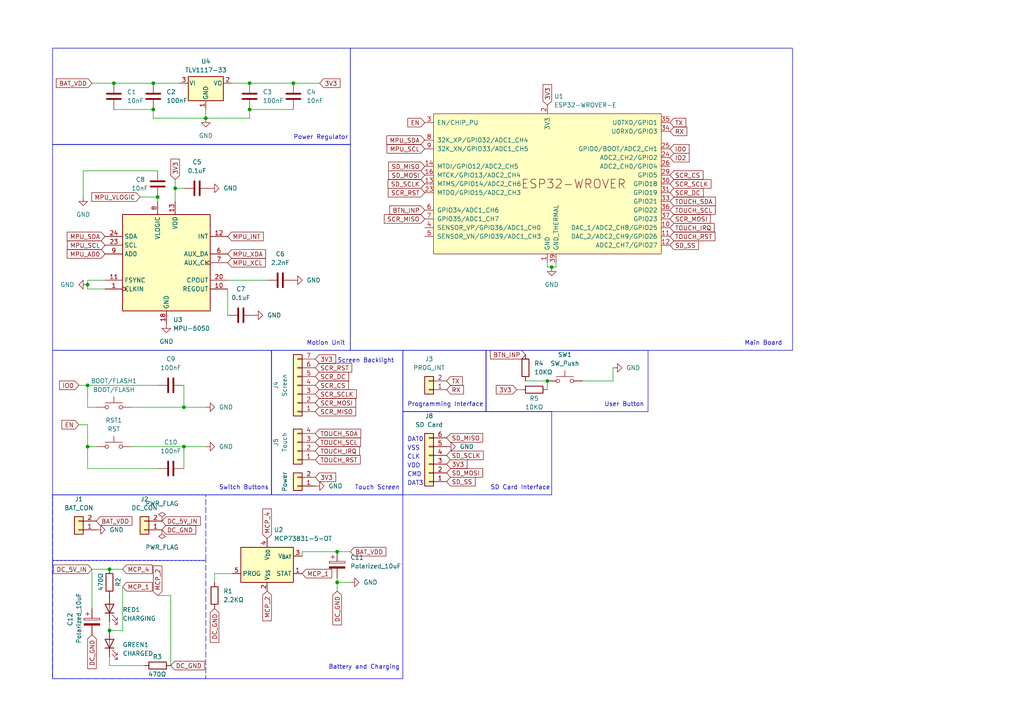
<source format=kicad_sch>
(kicad_sch (version 20230121) (generator eeschema)
  (paper "A4")
  (title_block (title "Project Zero") (date "2024-05-10") (rev "0.1.0-alpha.1") (company "Xonize Industries"))
  (lib_symbols
    (symbol "Battery_Management:MCP73831-5-OT"
      (property "Reference" "U" (at -7.62 6.35 0))
      (property "Value" "MCP73831-5-OT" (at 1.27 6.35 0))
      (symbol "MCP73831-5-OT_0_1"
        (rectangle (start -7.62 5.08) (end 7.62 -5.08) (stroke (width 0.254)) (fill (type background)))
      )
      (symbol "MCP73831-5-OT_1_1"
        (pin output line (at 10.16 -2.54 180) (length 2.54) (name "STAT") (number "1"))
        (pin power_in line (at 0 -7.62 90) (length 2.54) (name "V_{SS}") (number "2"))
        (pin power_out line (at 10.16 2.54 180) (length 2.54) (name "V_{BAT}") (number "3"))
        (pin power_in line (at 0 7.62 270) (length 2.54) (name "V_{DD}") (number "4"))
        (pin input line (at -10.16 -2.54 0) (length 2.54) (name "PROG") (number "5"))
      )
    )
    (symbol "Connector_Generic:Conn_01x02" (pin_names (offset 1.016) hide)
      (property "Reference" "J" (at 0 2.54 0))
      (property "Value" "Conn_01x02" (at 0 -5.08 0))
      (symbol "Conn_01x02_1_1"
        (rectangle (start -1.27 -2.413) (end 0 -2.667) (stroke (width 0.1524)))
        (rectangle (start -1.27 0.127) (end 0 -0.127) (stroke (width 0.1524)))
        (rectangle (start -1.27 1.27) (end 1.27 -3.81) (stroke (width 0.254)) (fill (type background)))
        (pin passive line (at -5.08 0 0) (length 3.81) (name "Pin_1") (number "1"))
        (pin passive line (at -5.08 -2.54 0) (length 3.81) (name "Pin_2") (number "2"))
      )
    )
    (symbol "Connector_Generic:Conn_01x04" (pin_names (offset 1.016) hide)
      (property "Reference" "J" (at 0 5.08 0))
      (property "Value" "Conn_01x04" (at 0 -7.62 0))
      (symbol "Conn_01x04_1_1"
        (rectangle (start -1.27 -4.953) (end 0 -5.207) (stroke (width 0.1524)))
        (rectangle (start -1.27 -2.413) (end 0 -2.667) (stroke (width 0.1524)))
        (rectangle (start -1.27 0.127) (end 0 -0.127) (stroke (width 0.1524)))
        (rectangle (start -1.27 2.667) (end 0 2.413) (stroke (width 0.1524)))
        (rectangle (start -1.27 3.81) (end 1.27 -6.35) (stroke (width 0.254)) (fill (type background)))
        (pin passive line (at -5.08 2.54 0) (length 3.81) (name "Pin_1") (number "1"))
        (pin passive line (at -5.08 0 0) (length 3.81) (name "Pin_2") (number "2"))
        (pin passive line (at -5.08 -2.54 0) (length 3.81) (name "Pin_3") (number "3"))
        (pin passive line (at -5.08 -5.08 0) (length 3.81) (name "Pin_4") (number "4"))
      )
    )
    (symbol "Connector_Generic:Conn_01x06" (pin_names (offset 1.016) hide)
      (property "Reference" "J" (at 0 7.62 0))
      (property "Value" "Conn_01x06" (at 0 -10.16 0))
      (symbol "Conn_01x06_1_1"
        (rectangle (start -1.27 -7.493) (end 0 -7.747) (stroke (width 0.1524)))
        (rectangle (start -1.27 -4.953) (end 0 -5.207) (stroke (width 0.1524)))
        (rectangle (start -1.27 -2.413) (end 0 -2.667) (stroke (width 0.1524)))
        (rectangle (start -1.27 0.127) (end 0 -0.127) (stroke (width 0.1524)))
        (rectangle (start -1.27 2.667) (end 0 2.413) (stroke (width 0.1524)))
        (rectangle (start -1.27 5.207) (end 0 4.953) (stroke (width 0.1524)))
        (rectangle (start -1.27 6.35) (end 1.27 -8.89) (stroke (width 0.254)) (fill (type background)))
        (pin passive line (at -5.08 5.08 0) (length 3.81) (name "Pin_1") (number "1"))
        (pin passive line (at -5.08 2.54 0) (length 3.81) (name "Pin_2") (number "2"))
        (pin passive line (at -5.08 0 0) (length 3.81) (name "Pin_3") (number "3"))
        (pin passive line (at -5.08 -2.54 0) (length 3.81) (name "Pin_4") (number "4"))
        (pin passive line (at -5.08 -5.08 0) (length 3.81) (name "Pin_5") (number "5"))
        (pin passive line (at -5.08 -7.62 0) (length 3.81) (name "Pin_6") (number "6"))
      )
    )
    (symbol "Connector_Generic:Conn_01x07" (pin_names (offset 1.016) hide)
      (property "Reference" "J" (at 0 10.16 0))
      (property "Value" "Conn_01x07" (at 0 -10.16 0))
      (symbol "Conn_01x07_1_1"
        (rectangle (start -1.27 -7.493) (end 0 -7.747) (stroke (width 0.1524)))
        (rectangle (start -1.27 -4.953) (end 0 -5.207) (stroke (width 0.1524)))
        (rectangle (start -1.27 -2.413) (end 0 -2.667) (stroke (width 0.1524)))
        (rectangle (start -1.27 0.127) (end 0 -0.127) (stroke (width 0.1524)))
        (rectangle (start -1.27 2.667) (end 0 2.413) (stroke (width 0.1524)))
        (rectangle (start -1.27 5.207) (end 0 4.953) (stroke (width 0.1524)))
        (rectangle (start -1.27 7.747) (end 0 7.493) (stroke (width 0.1524)))
        (rectangle (start -1.27 8.89) (end 1.27 -8.89) (stroke (width 0.254)) (fill (type background)))
        (pin passive line (at -5.08 7.62 0) (length 3.81) (name "Pin_1") (number "1"))
        (pin passive line (at -5.08 5.08 0) (length 3.81) (name "Pin_2") (number "2"))
        (pin passive line (at -5.08 2.54 0) (length 3.81) (name "Pin_3") (number "3"))
        (pin passive line (at -5.08 0 0) (length 3.81) (name "Pin_4") (number "4"))
        (pin passive line (at -5.08 -2.54 0) (length 3.81) (name "Pin_5") (number "5"))
        (pin passive line (at -5.08 -5.08 0) (length 3.81) (name "Pin_6") (number "6"))
        (pin passive line (at -5.08 -7.62 0) (length 3.81) (name "Pin_7") (number "7"))
      )
    )
    (symbol "Device:C" (pin_numbers hide) (pin_names (offset 0.254))
      (property "Reference" "C" (at 0.635 2.54 0))
      (property "Value" "C" (at 0.635 -2.54 0))
      (symbol "C_0_1"
        (polyline (pts (xy -2.032 -0.762) (xy 2.032 -0.762)) (stroke (width 0.508)))
        (polyline (pts (xy -2.032 0.762) (xy 2.032 0.762)) (stroke (width 0.508)))
      )
      (symbol "C_1_1"
        (pin passive line (at 0 3.81 270) (length 2.794) (name "~") (number "1"))
        (pin passive line (at 0 -3.81 90) (length 2.794) (name "~") (number "2"))
      )
    )
    (symbol "Device:C_Polarized" (pin_numbers hide) (pin_names (offset 0.254))
      (property "Reference" "C" (at 0.635 2.54 0))
      (property "Value" "C_Polarized" (at 0.635 -2.54 0))
      (symbol "C_Polarized_0_1"
        (rectangle (start -2.286 0.508) (end 2.286 1.016))
        (polyline (pts (xy -1.778 2.286) (xy -0.762 2.286)))
        (polyline (pts (xy -1.27 2.794) (xy -1.27 1.778)))
        (rectangle (start 2.286 -0.508) (end -2.286 -1.016) (fill (type outline)))
      )
      (symbol "C_Polarized_1_1"
        (pin passive line (at 0 3.81 270) (length 2.794) (name "~") (number "1"))
        (pin passive line (at 0 -3.81 90) (length 2.794) (name "~") (number "2"))
      )
    )
    (symbol "Device:LED" (pin_numbers hide) (pin_names (offset 1.016) hide)
      (property "Reference" "D" (at 0 2.54 0))
      (property "Value" "LED" (at 0 -2.54 0))
      (symbol "LED_0_1"
        (polyline (pts (xy -1.27 -1.27) (xy -1.27 1.27)) (stroke (width 0.254)))
        (polyline (pts (xy -1.27 0) (xy 1.27 0)))
        (polyline (pts (xy 1.27 -1.27) (xy 1.27 1.27) (xy -1.27 0) (xy 1.27 -1.27)) (stroke (width 0.254)))
        (polyline (pts (xy -3.048 -0.762) (xy -4.572 -2.286) (xy -3.81 -2.286) (xy -4.572 -2.286) (xy -4.572 -1.524)))
        (polyline (pts (xy -1.778 -0.762) (xy -3.302 -2.286) (xy -2.54 -2.286) (xy -3.302 -2.286) (xy -3.302 -1.524)))
      )
      (symbol "LED_1_1"
        (pin passive line (at -3.81 0 0) (length 2.54) (name "K") (number "1"))
        (pin passive line (at 3.81 0 180) (length 2.54) (name "A") (number "2"))
      )
    )
    (symbol "Device:R" (pin_numbers hide) (pin_names (offset 0))
      (property "Reference" "R" (at 2.032 0 90))
      (property "Value" "R" (at 0 0 90))
      (symbol "R_0_1"
        (rectangle (start -1.016 -2.54) (end 1.016 2.54) (stroke (width 0.254)))
      )
      (symbol "R_1_1"
        (pin passive line (at 0 3.81 270) (length 1.27) (name "~") (number "1"))
        (pin passive line (at 0 -3.81 90) (length 1.27) (name "~") (number "2"))
      )
    )
    (symbol "Espressif:ESP32-WROVER-E" (pin_names (offset 1.016))
      (property "Reference" "U" (at -30.48 25.4 0))
      (property "Value" "ESP32-WROVER-E" (at -30.48 22.86 0))
      (symbol "ESP32-WROVER-E_0_1"
        (rectangle (start -33.02 20.32) (end 33.02 -20.32) (fill (type background)))
      )
      (symbol "ESP32-WROVER-E_1_1"
        (text "ESP32-­WROVER" (at 7.62 0 0) (effects (font (size 2.54 2.54))))
        (pin power_in line (at 0 -22.86 90) (length 2.54) (name "GND") (number "1"))
        (pin bidirectional line (at 35.56 -12.7 180) (length 2.54) (name "DAC_1/ADC2_CH8/GPIO25") (number "10"))
        (pin bidirectional line (at 35.56 -15.24 180) (length 2.54) (name "DAC_2/ADC2_CH9/GPIO26") (number "11"))
        (pin bidirectional line (at 35.56 -17.78 180) (length 2.54) (name "ADC2_CH7/GPIO27") (number "12"))
        (pin bidirectional line (at -35.56 0 0) (length 2.54) (name "MTMS/GPIO14/ADC2_CH6") (number "13"))
        (pin bidirectional line (at -35.56 5.08 0) (length 2.54) (name "MTDI/GPIO12/ADC2_CH5") (number "14"))
        (pin passive line (at 0 -22.86 90) (length 2.54) hide (name "GND") (number "15"))
        (pin bidirectional line (at -35.56 2.54 0) (length 2.54) (name "MTCK/GPIO13/ADC2_CH4") (number "16"))
        (pin power_in line (at 0 22.86 270) (length 2.54) (name "3V3") (number "2"))
        (pin bidirectional line (at -35.56 -2.54 0) (length 2.54) (name "MTDO/GPIO15/ADC2_CH3") (number "23"))
        (pin bidirectional line (at 35.56 7.62 180) (length 2.54) (name "ADC2_CH2/GPIO2") (number "24"))
        (pin bidirectional line (at 35.56 10.16 180) (length 2.54) (name "GPIO0/BOOT/ADC2_CH1") (number "25"))
        (pin bidirectional line (at 35.56 5.08 180) (length 2.54) (name "ADC2_CH0/GPIO4") (number "26"))
        (pin bidirectional line (at 35.56 2.54 180) (length 2.54) (name "GPIO5") (number "29"))
        (pin input line (at -35.56 17.78 0) (length 2.54) (name "EN/CHIP_PU") (number "3"))
        (pin bidirectional line (at 35.56 0 180) (length 2.54) (name "GPIO18") (number "30"))
        (pin bidirectional line (at 35.56 -2.54 180) (length 2.54) (name "GPIO19") (number "31"))
        (pin bidirectional line (at 35.56 -5.08 180) (length 2.54) (name "GPIO21") (number "33"))
        (pin bidirectional line (at 35.56 15.24 180) (length 2.54) (name "U0RXD/GPIO3") (number "34"))
        (pin bidirectional line (at 35.56 17.78 180) (length 2.54) (name "U0TXD/GPIO1") (number "35"))
        (pin bidirectional line (at 35.56 -7.62 180) (length 2.54) (name "GPIO22") (number "36"))
        (pin bidirectional line (at 35.56 -10.16 180) (length 2.54) (name "GPIO23") (number "37"))
        (pin passive line (at 0 -22.86 90) (length 2.54) hide (name "GND") (number "38"))
        (pin power_in line (at 2.54 -22.86 90) (length 2.54) (name "GND_THERMAL") (number "39"))
        (pin input line (at -35.56 -12.7 0) (length 2.54) (name "SENSOR_VP/GPIO36/ADC1_CH0") (number "4"))
        (pin input line (at -35.56 -15.24 0) (length 2.54) (name "SENSOR_VN/GPIO39/ADC1_CH3") (number "5"))
        (pin input line (at -35.56 -7.62 0) (length 2.54) (name "GPIO34/ADC1_CH6") (number "6"))
        (pin input line (at -35.56 -10.16 0) (length 2.54) (name "GPIO35/ADC1_CH7") (number "7"))
        (pin bidirectional line (at -35.56 12.7 0) (length 2.54) (name "32K_XP/GPIO32/ADC1_CH4") (number "8"))
        (pin bidirectional line (at -35.56 10.16 0) (length 2.54) (name "32K_XN/GPIO33/ADC1_CH5") (number "9"))
      )
    )
    (symbol "Regulator_Linear:TLV1117-33" (pin_names (offset 0.254))
      (property "Reference" "U" (at -3.81 3.175 0))
      (property "Value" "TLV1117-33" (at 0 3.175 0))
      (symbol "TLV1117-33_0_1"
        (rectangle (start -5.08 -5.08) (end 5.08 1.905) (stroke (width 0.254)) (fill (type background)))
      )
      (symbol "TLV1117-33_1_1"
        (pin power_in line (at 0 -7.62 90) (length 2.54) (name "GND") (number "1"))
        (pin power_out line (at 7.62 0 180) (length 2.54) (name "VO") (number "2"))
        (pin power_in line (at -7.62 0 0) (length 2.54) (name "VI") (number "3"))
      )
    )
    (symbol "Sensor_Motion:MPU-6050"
      (property "Reference" "U" (at -11.43 13.97 0))
      (property "Value" "MPU-6050" (at 7.62 -15.24 0))
      (symbol "MPU-6050_0_0"
        (text "" (at 12.7 -2.54 0) (effects (font (size 1.27 1.27))))
      )
      (symbol "MPU-6050_0_1"
        (rectangle (start -12.7 13.97) (end 12.7 -13.97) (stroke (width 0.254)) (fill (type background)))
      )
      (symbol "MPU-6050_1_1"
        (pin input clock (at -17.78 -7.62 0) (length 5.08) (name "CLKIN") (number "1"))
        (pin passive line (at 17.78 -7.62 180) (length 5.08) (name "REGOUT") (number "10"))
        (pin input line (at -17.78 -5.08 0) (length 5.08) (name "FSYNC") (number "11"))
        (pin output line (at 17.78 7.62 180) (length 5.08) (name "INT") (number "12"))
        (pin power_in line (at 2.54 17.78 270) (length 3.81) (name "VDD") (number "13"))
        (pin no_connect line (at -12.7 -10.16 0) (length 2.54) hide (name "NC") (number "14"))
        (pin no_connect line (at 12.7 12.7 180) (length 2.54) hide (name "NC") (number "15"))
        (pin no_connect line (at 12.7 10.16 180) (length 2.54) hide (name "NC") (number "16"))
        (pin no_connect line (at 12.7 5.08 180) (length 2.54) hide (name "NC") (number "17"))
        (pin power_in line (at 0 -17.78 90) (length 3.81) (name "GND") (number "18"))
        (pin no_connect line (at 12.7 -10.16 180) (length 2.54) hide (name "RESV") (number "19"))
        (pin no_connect line (at -12.7 12.7 0) (length 2.54) hide (name "NC") (number "2"))
        (pin passive line (at 17.78 -5.08 180) (length 5.08) (name "CPOUT") (number "20"))
        (pin no_connect line (at 12.7 -2.54 180) (length 2.54) hide (name "RESV") (number "21"))
        (pin no_connect line (at 12.7 -12.7 180) (length 2.54) hide (name "RESV") (number "22"))
        (pin input line (at -17.78 5.08 0) (length 5.08) (name "SCL") (number "23"))
        (pin bidirectional line (at -17.78 7.62 0) (length 5.08) (name "SDA") (number "24"))
        (pin no_connect line (at -12.7 10.16 0) (length 2.54) hide (name "NC") (number "3"))
        (pin no_connect line (at -12.7 0 0) (length 2.54) hide (name "NC") (number "4"))
        (pin no_connect line (at -12.7 -2.54 0) (length 2.54) hide (name "NC") (number "5"))
        (pin bidirectional line (at 17.78 2.54 180) (length 5.08) (name "AUX_DA") (number "6"))
        (pin output clock (at 17.78 0 180) (length 5.08) (name "AUX_CL") (number "7"))
        (pin power_in line (at -2.54 17.78 270) (length 3.81) (name "VLOGIC") (number "8"))
        (pin input line (at -17.78 2.54 0) (length 5.08) (name "AD0") (number "9"))
      )
    )
    (symbol "Switch:SW_Push" (pin_numbers hide) (pin_names (offset 1.016) hide)
      (property "Reference" "SW" (at 1.27 2.54 0))
      (property "Value" "SW_Push" (at 0 -1.524 0))
      (symbol "SW_Push_0_1"
        (circle (center -2.032 0) (radius 0.508))
        (polyline (pts (xy 0 1.27) (xy 0 3.048)))
        (polyline (pts (xy 2.54 1.27) (xy -2.54 1.27)))
        (circle (center 2.032 0) (radius 0.508))
        (pin passive line (at -5.08 0 0) (length 2.54) (name "1") (number "1"))
        (pin passive line (at 5.08 0 180) (length 2.54) (name "2") (number "2"))
      )
    )
    (symbol "power:GND" (power) (pin_names (offset 0))
      (property "Value" "GND" (at 0 -3.81 0))
      (symbol "GND_0_1"
        (polyline (pts (xy 0 0) (xy 0 -1.27) (xy 1.27 -1.27) (xy 0 -2.54) (xy -1.27 -1.27) (xy 0 -1.27)))
      )
      (symbol "GND_1_1"
        (pin power_in line (at 0 0 270) (length 0) hide (name "GND") (number "1"))
      )
    )
    (symbol "power:PWR_FLAG" (power) (pin_numbers hide) (pin_names (offset 0) hide)
      (property "Value" "PWR_FLAG" (at 0 3.81 0))
      (symbol "PWR_FLAG_0_0"
        (pin power_out line (at 0 0 90) (length 0) (name "pwr") (number "1"))
      )
      (symbol "PWR_FLAG_0_1"
        (polyline (pts (xy 0 0) (xy 0 1.27) (xy -1.016 1.905) (xy 0 2.54) (xy 1.016 1.905) (xy 0 1.27)))
      )
    )
  )
  (junction (at 45.72 57.15))
  (junction (at 160.02 77.47))
  (junction (at 53.34 129.54))
  (junction (at 97.79 168.91))
  (junction (at 50.8 54.61))
  (junction (at 25.4 111.76))
  (junction (at 53.34 118.11))
  (junction (at 72.39 31.75))
  (junction (at 44.45 31.75))
  (junction (at 72.39 24.13))
  (junction (at 44.45 24.13))
  (junction (at 97.79 160.02))
  (junction (at 25.4 82.55))
  (junction (at 59.69 34.29))
  (junction (at 31.75 182.88))
  (junction (at 33.02 24.13))
  (junction (at 25.4 129.54))
  (junction (at 85.09 24.13))
  (junction (at 31.75 165.1))
  (junction (at 158.75 110.49))
  (wire (pts (xy 158.75 77.47) (xy 160.02 77.47)))
  (wire (pts (xy 24.13 49.53) (xy 45.72 49.53)))
  (wire (pts (xy 45.72 172.72) (xy 49.53 172.72)))
  (wire (pts (xy 35.56 182.88) (xy 31.75 182.88)))
  (wire (pts (xy 33.02 31.75) (xy 44.45 31.75)))
  (wire (pts (xy 67.31 24.13) (xy 72.39 24.13)))
  (wire (pts (xy 66.04 81.28) (xy 77.47 81.28)))
  (wire (pts (xy 25.4 82.55) (xy 25.4 83.82)))
  (wire (pts (xy 53.34 118.11) (xy 59.69 118.11)))
  (wire (pts (xy 44.45 34.29) (xy 59.69 34.29)))
  (wire (pts (xy 22.86 111.76) (xy 25.4 111.76)))
  (wire (pts (xy 53.34 111.76) (xy 53.34 118.11)))
  (wire (pts (xy 25.4 118.11) (xy 27.94 118.11)))
  (wire (pts (xy 87.63 160.02) (xy 97.79 160.02)))
  (wire (pts (xy 53.34 54.61) (xy 50.8 54.61)))
  (wire (pts (xy 66.04 83.82) (xy 66.04 91.44)))
  (wire (pts (xy 62.23 166.37) (xy 62.23 168.91)))
  (wire (pts (xy 59.69 31.75) (xy 59.69 34.29)))
  (wire (pts (xy 53.34 129.54) (xy 53.34 135.89)))
  (wire (pts (xy 31.75 193.04) (xy 41.91 193.04)))
  (wire (pts (xy 33.02 24.13) (xy 44.45 24.13)))
  (wire (pts (xy 38.1 118.11) (xy 53.34 118.11)))
  (wire (pts (xy 72.39 31.75) (xy 85.09 31.75)))
  (wire (pts (xy 161.29 76.2) (xy 161.29 77.47)))
  (wire (pts (xy 24.13 57.15) (xy 24.13 49.53)))
  (wire (pts (xy 67.31 166.37) (xy 62.23 166.37)))
  (wire (pts (xy 45.72 57.15) (xy 45.72 58.42)))
  (wire (pts (xy 97.79 167.64) (xy 97.79 168.91)))
  (wire (pts (xy 31.75 180.34) (xy 31.75 182.88)))
  (wire (pts (xy 85.09 24.13) (xy 92.71 24.13)))
  (wire (pts (xy 31.75 165.1) (xy 35.56 165.1)))
  (wire (pts (xy 25.4 135.89) (xy 25.4 129.54)))
  (wire (pts (xy 72.39 24.13) (xy 85.09 24.13)))
  (wire (pts (xy 152.4 110.49) (xy 158.75 110.49)))
  (wire (pts (xy 44.45 24.13) (xy 52.07 24.13)))
  (wire (pts (xy 26.67 165.1) (xy 26.67 176.53)))
  (wire (pts (xy 30.48 83.82) (xy 25.4 83.82)))
  (wire (pts (xy 25.4 111.76) (xy 45.72 111.76)))
  (wire (pts (xy 59.69 34.29) (xy 72.39 34.29)))
  (wire (pts (xy 31.75 190.5) (xy 31.75 193.04)))
  (wire (pts (xy 97.79 160.02) (xy 101.6 160.02)))
  (wire (pts (xy 72.39 34.29) (xy 72.39 31.75)))
  (wire (pts (xy 44.45 34.29) (xy 44.45 31.75)))
  (wire (pts (xy 25.4 129.54) (xy 27.94 129.54)))
  (wire (pts (xy 25.4 81.28) (xy 25.4 82.55)))
  (wire (pts (xy 53.34 129.54) (xy 59.69 129.54)))
  (wire (pts (xy 87.63 161.29) (xy 87.63 160.02)))
  (wire (pts (xy 25.4 123.19) (xy 25.4 129.54)))
  (wire (pts (xy 26.67 165.1) (xy 31.75 165.1)))
  (wire (pts (xy 26.67 24.13) (xy 33.02 24.13)))
  (wire (pts (xy 158.75 76.2) (xy 158.75 77.47)))
  (wire (pts (xy 158.75 110.49) (xy 158.75 113.03)))
  (wire (pts (xy 177.8 110.49) (xy 177.8 106.68)))
  (wire (pts (xy 22.86 123.19) (xy 25.4 123.19)))
  (wire (pts (xy 49.53 172.72) (xy 49.53 193.04)))
  (wire (pts (xy 97.79 168.91) (xy 97.79 171.45)))
  (wire (pts (xy 149.86 113.03) (xy 151.13 113.03)))
  (wire (pts (xy 168.91 110.49) (xy 177.8 110.49)))
  (wire (pts (xy 50.8 52.07) (xy 50.8 54.61)))
  (wire (pts (xy 38.1 129.54) (xy 53.34 129.54)))
  (wire (pts (xy 97.79 168.91) (xy 101.6 168.91)))
  (wire (pts (xy 50.8 54.61) (xy 50.8 58.42)))
  (wire (pts (xy 40.64 57.15) (xy 45.72 57.15)))
  (wire (pts (xy 25.4 111.76) (xy 25.4 118.11)))
  (wire (pts (xy 160.02 77.47) (xy 161.29 77.47)))
  (wire (pts (xy 35.56 170.18) (xy 35.56 182.88)))
  (wire (pts (xy 30.48 81.28) (xy 25.4 81.28)))
  (wire (pts (xy 45.72 135.89) (xy 25.4 135.89)))
  (rectangle (start 15.24 13.97) (end 101.6 41.91))
  (rectangle (start 15.24 101.6) (end 78.74 143.51))
  (rectangle (start 15.24 143.51) (end 116.84 196.85))
  (rectangle (start 101.6 13.97) (end 229.87 101.6))
  (rectangle (start 15.24 41.91) (end 101.6 101.6))
  (rectangle (start 78.74 101.6) (end 116.84 143.51))
  (rectangle (start 15.24 162.56) (end 59.69 196.85) (stroke (width 0) (type dash)))
  (rectangle (start 116.84 119.38) (end 160.02 143.51))
  (rectangle (start 15.24 143.51) (end 59.69 162.56) (stroke (width 0) (type dash)))
  (rectangle (start 140.97 101.6) (end 187.96 119.38))
  (rectangle (start 116.84 101.6) (end 140.97 119.38))
  (text "VSS" (at 118.11 130.81 0) (effects (font (size 1.27 1.27)) (justify left bottom)))
  (text "Screen Backlight" (at 114.3 105.41 0) (effects (font (size 1.27 1.27)) (justify right bottom)))
  (text "User Button" (at 175.26 118.11 0) (effects (font (size 1.27 1.27)) (justify left bottom)))
  (text "VDD" (at 118.11 135.89 0) (effects (font (size 1.27 1.27)) (justify left bottom)))
  (text "Main Board" (at 215.9 100.33 0) (effects (font (size 1.27 1.27)) (justify left bottom)))
  (text "DAT0" (at 118.11 128.27 0) (effects (font (size 1.27 1.27)) (justify left bottom)))
  (text "CMD" (at 118.11 138.43 0) (effects (font (size 1.27 1.27)) (justify left bottom)))
  (text "Programming Interface" (at 118.11 118.11 0) (effects (font (size 1.27 1.27)) (justify left bottom)))
  (text "Power Regulator" (at 85.09 40.64 0) (effects (font (size 1.27 1.27)) (justify left bottom)))
  (text "Touch Screen" (at 102.87 142.24 0) (effects (font (size 1.27 1.27)) (justify left bottom)))
  (text "CLK" (at 118.11 133.35 0) (effects (font (size 1.27 1.27)) (justify left bottom)))
  (text "Switch Buttons" (at 63.5 142.24 0) (effects (font (size 1.27 1.27)) (justify left bottom)))
  (text "SD Card Interface" (at 142.24 142.24 0) (effects (font (size 1.27 1.27)) (justify left bottom)))
  (text "Battery and Charging" (at 95.25 194.31 0) (effects (font (size 1.27 1.27)) (justify left bottom)))
  (text "Motion Unit" (at 88.9 100.33 0) (effects (font (size 1.27 1.27)) (justify left bottom)))
  (text "DAT3" (at 118.11 140.97 0) (effects (font (size 1.27 1.27)) (justify left bottom)))
  (global_label "TOUCH_SCL" (shape input) (at 91.44 128.27 0) (property "Intersheetrefs" "${INTERSHEET_REFS}" (effects hide)))
  (global_label "3V3" (shape input) (at 91.44 138.43 0) (property "Intersheetrefs" "${INTERSHEET_REFS}" (effects hide)))
  (global_label "MCP_4" (shape input) (at 77.47 156.21 90) (property "Intersheetrefs" "${INTERSHEET_REFS}" (effects hide)))
  (global_label "SD_MISO" (shape input) (at 129.54 127 0) (property "Intersheetrefs" "${INTERSHEET_REFS}" (effects hide)))
  (global_label "SCR_SCLK" (shape input) (at 194.31 53.34 0) (property "Intersheetrefs" "${INTERSHEET_REFS}" (effects hide)))
  (global_label "MCP_1" (shape input) (at 87.63 166.37 0) (property "Intersheetrefs" "${INTERSHEET_REFS}" (effects hide)))
  (global_label "SCR_RST" (shape input) (at 91.44 106.68 0) (property "Intersheetrefs" "${INTERSHEET_REFS}" (effects hide)))
  (global_label "EN" (shape input) (at 123.19 35.56 180) (property "Intersheetrefs" "${INTERSHEET_REFS}" (effects hide)))
  (global_label "DC_GND" (shape input) (at 62.23 176.53 270) (property "Intersheetrefs" "${INTERSHEET_REFS}" (effects hide)))
  (global_label "MPU_XCL" (shape input) (at 66.04 76.2 0) (property "Intersheetrefs" "${INTERSHEET_REFS}" (effects hide)))
  (global_label "TOUCH_IRQ" (shape input) (at 91.44 130.81 0) (property "Intersheetrefs" "${INTERSHEET_REFS}" (effects hide)))
  (global_label "MCP_1" (shape input) (at 35.56 170.18 0) (property "Intersheetrefs" "${INTERSHEET_REFS}" (effects hide)))
  (global_label "IO0" (shape input) (at 194.31 43.18 0) (property "Intersheetrefs" "${INTERSHEET_REFS}" (effects hide)))
  (global_label "TOUCH_RST" (shape input) (at 91.44 133.35 0) (property "Intersheetrefs" "${INTERSHEET_REFS}" (effects hide)))
  (global_label "SCR_SCLK" (shape input) (at 91.44 114.3 0) (property "Intersheetrefs" "${INTERSHEET_REFS}" (effects hide)))
  (global_label "MCP_4" (shape input) (at 35.56 165.1 0) (property "Intersheetrefs" "${INTERSHEET_REFS}" (effects hide)))
  (global_label "SD_SCLK" (shape input) (at 129.54 132.08 0) (property "Intersheetrefs" "${INTERSHEET_REFS}" (effects hide)))
  (global_label "TOUCH_SCL" (shape input) (at 194.31 60.96 0) (property "Intersheetrefs" "${INTERSHEET_REFS}" (effects hide)))
  (global_label "SCR_DC" (shape input) (at 194.31 55.88 0) (property "Intersheetrefs" "${INTERSHEET_REFS}" (effects hide)))
  (global_label "MPU_XDA" (shape input) (at 66.04 73.66 0) (property "Intersheetrefs" "${INTERSHEET_REFS}" (effects hide)))
  (global_label "MPU_SCL" (shape input) (at 30.48 71.12 180) (property "Intersheetrefs" "${INTERSHEET_REFS}" (effects hide)))
  (global_label "TX" (shape input) (at 129.54 110.49 0) (property "Intersheetrefs" "${INTERSHEET_REFS}" (effects hide)))
  (global_label "MPU_SDA" (shape input) (at 30.48 68.58 180) (property "Intersheetrefs" "${INTERSHEET_REFS}" (effects hide)))
  (global_label "RX" (shape input) (at 129.54 113.03 0) (property "Intersheetrefs" "${INTERSHEET_REFS}" (effects hide)))
  (global_label "MPU_SDA" (shape input) (at 123.19 40.64 180) (property "Intersheetrefs" "${INTERSHEET_REFS}" (effects hide)))
  (global_label "SCR_MISO" (shape input) (at 91.44 119.38 0) (property "Intersheetrefs" "${INTERSHEET_REFS}" (effects hide)))
  (global_label "MCP_2" (shape input) (at 45.72 172.72 90) (property "Intersheetrefs" "${INTERSHEET_REFS}" (effects hide)))
  (global_label "SCR_CS" (shape input) (at 194.31 50.8 0) (property "Intersheetrefs" "${INTERSHEET_REFS}" (effects hide)))
  (global_label "3V3" (shape input) (at 149.86 113.03 180) (property "Intersheetrefs" "${INTERSHEET_REFS}" (effects hide)))
  (global_label "TOUCH_IRQ" (shape input) (at 194.31 66.04 0) (property "Intersheetrefs" "${INTERSHEET_REFS}" (effects hide)))
  (global_label "RX" (shape input) (at 194.31 38.1 0) (property "Intersheetrefs" "${INTERSHEET_REFS}" (effects hide)))
  (global_label "BAT_VDD" (shape input) (at 27.94 151.13 0) (property "Intersheetrefs" "${INTERSHEET_REFS}" (effects hide)))
  (global_label "DC_5V_IN" (shape input) (at 46.99 151.13 0) (property "Intersheetrefs" "${INTERSHEET_REFS}" (effects hide)))
  (global_label "SD_SS" (shape input) (at 194.31 71.12 0) (property "Intersheetrefs" "${INTERSHEET_REFS}" (effects hide)))
  (global_label "TX" (shape input) (at 194.31 35.56 0) (property "Intersheetrefs" "${INTERSHEET_REFS}" (effects hide)))
  (global_label "MPU_SCL" (shape input) (at 123.19 43.18 180) (property "Intersheetrefs" "${INTERSHEET_REFS}" (effects hide)))
  (global_label "BAT_VDD" (shape input) (at 101.6 160.02 0) (property "Intersheetrefs" "${INTERSHEET_REFS}" (effects hide)))
  (global_label "IO2" (shape input) (at 194.31 45.72 0) (property "Intersheetrefs" "${INTERSHEET_REFS}" (effects hide)))
  (global_label "DC_GND" (shape input) (at 46.99 153.67 0) (property "Intersheetrefs" "${INTERSHEET_REFS}" (effects hide)))
  (global_label "3V3" (shape input) (at 91.44 104.14 0) (property "Intersheetrefs" "${INTERSHEET_REFS}" (effects hide)))
  (global_label "3V3" (shape input) (at 50.8 52.07 90) (property "Intersheetrefs" "${INTERSHEET_REFS}" (effects hide)))
  (global_label "SD_MISO" (shape input) (at 123.19 48.26 180) (property "Intersheetrefs" "${INTERSHEET_REFS}" (effects hide)))
  (global_label "DC_5V_IN" (shape input) (at 26.67 165.1 180) (property "Intersheetrefs" "${INTERSHEET_REFS}" (effects hide)))
  (global_label "DC_GND" (shape input) (at 97.79 171.45 270) (property "Intersheetrefs" "${INTERSHEET_REFS}" (effects hide)))
  (global_label "TOUCH_RST" (shape input) (at 194.31 68.58 0) (property "Intersheetrefs" "${INTERSHEET_REFS}" (effects hide)))
  (global_label "DC_GND" (shape input) (at 26.67 184.15 270) (property "Intersheetrefs" "${INTERSHEET_REFS}" (effects hide)))
  (global_label "DC_GND" (shape input) (at 49.53 193.04 0) (property "Intersheetrefs" "${INTERSHEET_REFS}" (effects hide)))
  (global_label "SD_SCLK" (shape input) (at 123.19 53.34 180) (property "Intersheetrefs" "${INTERSHEET_REFS}" (effects hide)))
  (global_label "MPU_VLOGIC" (shape input) (at 40.64 57.15 180) (property "Intersheetrefs" "${INTERSHEET_REFS}" (effects hide)))
  (global_label "SD_MOSI" (shape input) (at 129.54 137.16 0) (property "Intersheetrefs" "${INTERSHEET_REFS}" (effects hide)))
  (global_label "TOUCH_SDA" (shape input) (at 91.44 125.73 0) (property "Intersheetrefs" "${INTERSHEET_REFS}" (effects hide)))
  (global_label "SCR_MISO" (shape input) (at 123.19 63.5 180) (property "Intersheetrefs" "${INTERSHEET_REFS}" (effects hide)))
  (global_label "SCR_MOSI" (shape input) (at 194.31 63.5 0) (property "Intersheetrefs" "${INTERSHEET_REFS}" (effects hide)))
  (global_label "BAT_VDD" (shape input) (at 26.67 24.13 180) (property "Intersheetrefs" "${INTERSHEET_REFS}" (effects hide)))
  (global_label "SD_MOSI" (shape input) (at 123.19 50.8 180) (property "Intersheetrefs" "${INTERSHEET_REFS}" (effects hide)))
  (global_label "IO0" (shape input) (at 22.86 111.76 180) (property "Intersheetrefs" "${INTERSHEET_REFS}" (effects hide)))
  (global_label "3V3" (shape input) (at 92.71 24.13 0) (property "Intersheetrefs" "${INTERSHEET_REFS}" (effects hide)))
  (global_label "SCR_RST" (shape input) (at 123.19 55.88 180) (property "Intersheetrefs" "${INTERSHEET_REFS}" (effects hide)))
  (global_label "SCR_DC" (shape input) (at 91.44 109.22 0) (property "Intersheetrefs" "${INTERSHEET_REFS}" (effects hide)))
  (global_label "3V3" (shape input) (at 129.54 134.62 0) (property "Intersheetrefs" "${INTERSHEET_REFS}" (effects hide)))
  (global_label "SCR_CS" (shape input) (at 91.44 111.76 0) (property "Intersheetrefs" "${INTERSHEET_REFS}" (effects hide)))
  (global_label "BTN_INP" (shape input) (at 152.4 102.87 180) (property "Intersheetrefs" "${INTERSHEET_REFS}" (effects hide)))
  (global_label "3V3" (shape input) (at 158.75 30.48 90) (property "Intersheetrefs" "${INTERSHEET_REFS}" (effects hide)))
  (global_label "EN" (shape input) (at 22.86 123.19 180) (property "Intersheetrefs" "${INTERSHEET_REFS}" (effects hide)))
  (global_label "TOUCH_SDA" (shape input) (at 194.31 58.42 0) (property "Intersheetrefs" "${INTERSHEET_REFS}" (effects hide)))
  (global_label "MCP_2" (shape input) (at 77.47 171.45 270) (property "Intersheetrefs" "${INTERSHEET_REFS}" (effects hide)))
  (global_label "SCR_MOSI" (shape input) (at 91.44 116.84 0) (property "Intersheetrefs" "${INTERSHEET_REFS}" (effects hide)))
  (global_label "SD_SS" (shape input) (at 129.54 139.7 0) (property "Intersheetrefs" "${INTERSHEET_REFS}" (effects hide)))
  (global_label "MPU_INT" (shape input) (at 66.04 68.58 0) (property "Intersheetrefs" "${INTERSHEET_REFS}" (effects hide)))
  (global_label "BTN_INP" (shape input) (at 123.19 60.96 180) (property "Intersheetrefs" "${INTERSHEET_REFS}" (effects hide)))
  (global_label "MPU_AD0" (shape input) (at 30.48 73.66 180) (property "Intersheetrefs" "${INTERSHEET_REFS}" (effects hide)))
  (symbol (lib_id "Device:C") (at 49.53 135.89 270) (unit 1)
    (property "Reference" "C10" (at 49.53 128.27 90))
    (property "Value" "100nF" (at 49.53 130.81 90))
    (property "Footprint" "Capacitor_SMD:C_0805_2012Metric_Pad1.18x1.45mm_HandSolder" (effects hide))
  )
  (symbol (lib_id "Regulator_Linear:TLV1117-33") (at 59.69 24.13 0) (unit 1)
    (property "Reference" "U4" (at 59.69 17.78 0))
    (property "Value" "TLV1117-33" (at 59.69 20.32 0))
    (property "Footprint" "Package_TO_SOT_SMD:SOT-223-3_TabPin2" (effects hide))
    (property "Datasheet" "http://www.ti.com/lit/ds/symlink/tlv1117.pdf" (effects hide))
  )
  (symbol (lib_id "Connector_Generic:Conn_01x02") (at 86.36 140.97 180) (unit 1)
    (property "Reference" "J6" (effects hide))
    (property "Value" "Power" (at 82.55 139.7 90))
    (property "Footprint" "Connector_Wire_SMD:Wire_Pad_1x02" (effects hide))
  )
  (symbol (lib_id "Switch:SW_Push") (at 33.02 129.54 0) (unit 1)
    (property "Reference" "RST1" (at 33.02 121.92 0))
    (property "Value" "RST" (at 33.02 124.46 0))
    (property "Footprint" "Button_Switch_SMD:SW_SPST_Omron_B3FS-100xP" (effects hide))
  )
  (symbol (lib_id "power:GND") (at 25.4 82.55 270) (unit 1)
    (property "Reference" "#PWR06" (effects hide))
    (property "Value" "GND" (at 21.59 82.55 90) (effects (justify right)))
  )
  (symbol (lib_id "Device:R") (at 31.75 168.91 0) (unit 1)
    (property "Reference" "R2" (at 34.29 170.18 90) (effects (justify left)))
    (property "Value" "470Ω" (at 29.21 171.45 90) (effects (justify left)))
    (property "Footprint" "Resistor_SMD:R_0805_2012Metric_Pad1.20x1.40mm_HandSolder" (effects hide))
  )
  (symbol (lib_id "Device:C_Polarized") (at 97.79 163.83 0) (unit 1)
    (property "Reference" "C11" (at 101.6 161.671 0) (effects (justify left)))
    (property "Value" "Polarized_10uF" (at 101.6 164.211 0) (effects (justify left)))
    (property "Footprint" "Capacitor_Tantalum_SMD:CP_EIA-2012-12_Kemet-R_Pad1.30x1.05mm_HandSolder" (effects hide))
  )
  (symbol (lib_id "Device:C") (at 72.39 27.94 180) (unit 1)
    (property "Reference" "C3" (at 76.2 26.67 0) (effects (justify right)))
    (property "Value" "100nF" (at 76.2 29.21 0) (effects (justify right)))
    (property "Footprint" "Capacitor_SMD:C_0805_2012Metric_Pad1.18x1.45mm_HandSolder" (effects hide))
  )
  (symbol (lib_id "Sensor_Motion:MPU-6050") (at 48.26 76.2 0) (unit 1)
    (property "Reference" "U3" (at 50.2159 92.71 0) (effects (justify left)))
    (property "Value" "MPU-6050" (at 50.2159 95.25 0) (effects (justify left)))
    (property "Footprint" "Sensor_Motion:InvenSense_QFN-24_4x4mm_P0.5mm" (effects hide))
    (property "Datasheet" "https://invensense.tdk.com/wp-content/uploads/2015/02/MPU-6000-Datasheet1.pdf" (effects hide))
  )
  (symbol (lib_id "Device:C") (at 44.45 27.94 180) (unit 1)
    (property "Reference" "C2" (at 48.26 26.67 0) (effects (justify right)))
    (property "Value" "100nF" (at 48.26 29.21 0) (effects (justify right)))
    (property "Footprint" "Capacitor_SMD:C_0805_2012Metric_Pad1.18x1.45mm_HandSolder" (effects hide))
  )
  (symbol (lib_id "Device:C") (at 57.15 54.61 90) (unit 1)
    (property "Reference" "C5" (at 57.15 46.99 90))
    (property "Value" "0.1uF" (at 57.15 49.53 90))
    (property "Footprint" "Capacitor_SMD:C_0805_2012Metric_Pad1.18x1.45mm_HandSolder" (effects hide))
  )
  (symbol (lib_id "power:GND") (at 101.6 168.91 90) (unit 1)
    (property "Reference" "#PWR02" (effects hide))
    (property "Value" "GND" (at 105.41 168.91 90) (effects (justify right)))
  )
  (symbol (lib_id "power:GND") (at 27.94 153.67 90) (unit 1)
    (property "Reference" "#PWR01" (effects hide))
    (property "Value" "GND" (at 31.75 153.67 90) (effects (justify right)))
  )
  (symbol (lib_id "Device:C") (at 81.28 81.28 90) (unit 1)
    (property "Reference" "C6" (at 81.28 73.66 90))
    (property "Value" "2.2nF" (at 81.28 76.2 90))
    (property "Footprint" "Capacitor_SMD:C_0805_2012Metric_Pad1.18x1.45mm_HandSolder" (effects hide))
  )
  (symbol (lib_id "Switch:SW_Push") (at 33.02 118.11 0) (unit 1)
    (property "Reference" "BOOT/FLASH1" (at 33.02 110.49 0))
    (property "Value" "BOOT/FLASH" (at 33.02 113.03 0))
    (property "Footprint" "Button_Switch_SMD:SW_SPST_Omron_B3FS-100xP" (effects hide))
  )
  (symbol (lib_id "power:GND") (at 60.96 54.61 90) (unit 1)
    (property "Reference" "#PWR09" (effects hide))
    (property "Value" "GND" (at 64.77 54.61 90) (effects (justify right)))
  )
  (symbol (lib_id "Device:C") (at 69.85 91.44 90) (unit 1)
    (property "Reference" "C7" (at 69.85 83.82 90))
    (property "Value" "0.1uF" (at 69.85 86.36 90))
    (property "Footprint" "Capacitor_SMD:C_0805_2012Metric_Pad1.18x1.45mm_HandSolder" (effects hide))
  )
  (symbol (lib_id "power:GND") (at 85.09 81.28 90) (unit 1)
    (property "Reference" "#PWR07" (effects hide))
    (property "Value" "GND" (at 88.9 81.28 90) (effects (justify right)))
  )
  (symbol (lib_id "Device:R") (at 45.72 193.04 90) (unit 1)
    (property "Reference" "R3" (at 46.99 190.5 90) (effects (justify left)))
    (property "Value" "470Ω" (at 48.26 195.58 90) (effects (justify left)))
    (property "Footprint" "Resistor_SMD:R_0805_2012Metric_Pad1.20x1.40mm_HandSolder" (effects hide))
  )
  (symbol (lib_id "Espressif:ESP32-WROVER-E") (at 158.75 53.34 0) (unit 1)
    (property "Reference" "U1" (at 160.7059 27.94 0) (effects (justify left)))
    (property "Value" "ESP32-WROVER-E" (at 160.7059 30.48 0) (effects (justify left)))
    (property "Footprint" "Espressif:ESP32-WROVER-E" (effects hide))
    (property "Datasheet" "https://www.espressif.com/sites/default/files/documentation/esp32-wrover-e_esp32-wrover-ie_datasheet_en.pdf" (effects hide))
  )
  (symbol (lib_id "power:GND") (at 91.44 140.97 90) (unit 1)
    (property "Reference" "#PWR013" (effects hide))
    (property "Value" "GND" (at 95.25 140.97 90) (effects (justify right)))
  )
  (symbol (lib_id "power:GND") (at 73.66 91.44 90) (unit 1)
    (property "Reference" "#PWR08" (effects hide))
    (property "Value" "GND" (at 77.47 91.44 90) (effects (justify right)))
  )
  (symbol (lib_id "power:GND") (at 24.13 57.15 0) (unit 1)
    (property "Reference" "#PWR010" (effects hide))
    (property "Value" "GND" (at 24.13 62.23 0))
  )
  (symbol (lib_id "Connector_Generic:Conn_01x06") (at 124.46 134.62 180) (unit 1)
    (property "Reference" "J8" (at 124.46 120.65 0))
    (property "Value" "SD Card" (at 124.46 123.19 0))
    (property "Footprint" "Connector_Wire_SMD:Wire_Pad_1x06" (effects hide))
  )
  (symbol (lib_id "power:GND") (at 177.8 106.68 90) (unit 1)
    (property "Reference" "#PWR014" (effects hide))
    (property "Value" "GND" (at 181.61 106.68 90) (effects (justify right)))
  )
  (symbol (lib_id "power:GND") (at 129.54 129.54 90) (unit 1)
    (property "Reference" "#PWR017" (effects hide))
    (property "Value" "GND" (at 133.35 129.54 90) (effects (justify right)))
  )
  (symbol (lib_id "Device:LED") (at 31.75 176.53 90) (unit 1)
    (property "Reference" "RED1" (at 35.56 176.8475 90) (effects (justify right)))
    (property "Value" "CHARGING" (at 35.56 179.3875 90) (effects (justify right)))
    (property "Footprint" "LED_SMD:LED_0805_2012Metric_Pad1.15x1.40mm_HandSolder" (effects hide))
  )
  (symbol (lib_id "power:GND") (at 160.02 77.47 0) (unit 1)
    (property "Reference" "#PWR012" (effects hide))
    (property "Value" "GND" (at 160.02 82.55 0))
  )
  (symbol (lib_id "Device:C") (at 49.53 111.76 270) (unit 1)
    (property "Reference" "C9" (at 49.53 104.14 90))
    (property "Value" "100nF" (at 49.53 106.68 90))
    (property "Footprint" "Capacitor_SMD:C_0805_2012Metric_Pad1.18x1.45mm_HandSolder" (effects hide))
  )
  (symbol (lib_id "power:GND") (at 48.26 93.98 0) (unit 1)
    (property "Reference" "#PWR05" (effects hide))
    (property "Value" "GND" (at 48.26 99.06 0))
  )
  (symbol (lib_id "power:GND") (at 59.69 34.29 0) (unit 1)
    (property "Reference" "#PWR011" (effects hide))
    (property "Value" "GND" (at 59.69 39.37 0))
  )
  (symbol (lib_id "Device:C") (at 33.02 27.94 180) (unit 1)
    (property "Reference" "C1" (at 36.83 26.67 0) (effects (justify right)))
    (property "Value" "10nF" (at 36.83 29.21 0) (effects (justify right)))
    (property "Footprint" "Capacitor_SMD:C_0805_2012Metric_Pad1.18x1.45mm_HandSolder" (effects hide))
  )
  (symbol (lib_id "power:PWR_FLAG") (at 46.99 153.67 180) (unit 1)
    (property "Reference" "#FLG02" (effects hide))
    (property "Value" "PWR_FLAG" (at 46.99 158.75 0))
  )
  (symbol (lib_id "Device:C") (at 45.72 53.34 180) (unit 1)
    (property "Reference" "C8" (at 39.37 52.07 0) (effects (justify right)))
    (property "Value" "10nF" (at 38.1 54.61 0) (effects (justify right)))
    (property "Footprint" "Capacitor_SMD:C_0805_2012Metric_Pad1.18x1.45mm_HandSolder" (effects hide))
  )
  (symbol (lib_id "Connector_Generic:Conn_01x02") (at 22.86 153.67 180) (unit 1)
    (property "Reference" "J1" (at 22.86 144.78 0))
    (property "Value" "BAT_CON" (at 22.86 147.32 0))
    (property "Footprint" "Connector_Wire_SMD:Wire_Pad_1x02" (effects hide))
  )
  (symbol (lib_id "Switch:SW_Push") (at 163.83 110.49 0) (unit 1)
    (property "Reference" "SW1" (at 163.83 102.87 0))
    (property "Value" "SW_Push" (at 163.83 105.41 0))
    (property "Footprint" "Side_Button:Wurth_Elektronik_436331045822" (effects hide))
  )
  (symbol (lib_id "Device:R") (at 154.94 113.03 270) (unit 1)
    (property "Reference" "R5" (at 154.94 115.57 90))
    (property "Value" "10KΩ" (at 154.94 118.11 90))
    (property "Footprint" "Resistor_SMD:R_0805_2012Metric_Pad1.20x1.40mm_HandSolder" (effects hide))
  )
  (symbol (lib_id "Device:C") (at 85.09 27.94 180) (unit 1)
    (property "Reference" "C4" (at 88.9 26.67 0) (effects (justify right)))
    (property "Value" "10nF" (at 88.9 29.21 0) (effects (justify right)))
    (property "Footprint" "Capacitor_SMD:C_0805_2012Metric_Pad1.18x1.45mm_HandSolder" (effects hide))
  )
  (symbol (lib_id "Device:LED") (at 31.75 186.69 90) (unit 1)
    (property "Reference" "GREEN1" (at 35.56 187.0075 90) (effects (justify right)))
    (property "Value" "CHARGED" (at 35.56 189.5475 90) (effects (justify right)))
    (property "Footprint" "LED_SMD:LED_0805_2012Metric_Pad1.15x1.40mm_HandSolder" (effects hide))
  )
  (symbol (lib_id "Device:C_Polarized") (at 26.67 180.34 0) (unit 1)
    (property "Reference" "C12" (at 20.32 181.61 90) (effects (justify left)))
    (property "Value" "Polarized_10uF" (at 22.86 186.69 90) (effects (justify left)))
    (property "Footprint" "Capacitor_Tantalum_SMD:CP_EIA-2012-12_Kemet-R_Pad1.30x1.05mm_HandSolder" (effects hide))
  )
  (symbol (lib_id "Connector_Generic:Conn_01x02") (at 41.91 153.67 180) (unit 1)
    (property "Reference" "J2" (at 41.91 144.78 0))
    (property "Value" "DC_CON" (at 41.91 147.32 0))
    (property "Footprint" "Connector_Wire_SMD:Wire_Pad_1x02" (effects hide))
  )
  (symbol (lib_id "power:GND") (at 59.69 129.54 90) (unit 1)
    (property "Reference" "#PWR03" (effects hide))
    (property "Value" "GND" (at 63.5 129.54 90) (effects (justify right)))
  )
  (symbol (lib_id "Device:R") (at 62.23 172.72 0) (unit 1)
    (property "Reference" "R1" (at 64.77 171.45 0) (effects (justify left)))
    (property "Value" "2.2KΩ" (at 64.77 173.99 0) (effects (justify left)))
    (property "Footprint" "Resistor_SMD:R_0805_2012Metric_Pad1.20x1.40mm_HandSolder" (effects hide))
  )
  (symbol (lib_id "Connector_Generic:Conn_01x07") (at 86.36 111.76 180) (unit 1)
    (property "Reference" "J4" (at 80.01 111.76 90))
    (property "Value" "Screen" (at 82.55 111.76 90))
    (property "Footprint" "Connector_Wire_SMD:Wire_Pad_1x07" (effects hide))
  )
  (symbol (lib_id "Connector_Generic:Conn_01x04") (at 86.36 130.81 180) (unit 1)
    (property "Reference" "J5" (at 80.01 128.27 90))
    (property "Value" "Touch" (at 82.55 128.27 90))
    (property "Footprint" "Connector_Wire_SMD:Wire_Pad_1x04" (effects hide))
  )
  (symbol (lib_id "Connector_Generic:Conn_01x02") (at 124.46 113.03 180) (unit 1)
    (property "Reference" "J3" (at 124.46 104.14 0))
    (property "Value" "PROG_INT" (at 124.46 106.68 0))
    (property "Footprint" "Connector_Wire_SMD:Wire_Pad_1x02" (effects hide))
  )
  (symbol (lib_id "power:GND") (at 59.69 118.11 90) (unit 1)
    (property "Reference" "#PWR04" (effects hide))
    (property "Value" "GND" (at 63.5 118.11 90) (effects (justify right)))
  )
  (symbol (lib_id "Battery_Management:MCP73831-5-OT") (at 77.47 163.83 0) (unit 1)
    (property "Reference" "U2" (at 79.4259 153.67 0) (effects (justify left)))
    (property "Value" "MCP73831-5-OT" (at 79.4259 156.21 0) (effects (justify left)))
    (property "Footprint" "Package_TO_SOT_SMD:SOT-23-5" (effects hide))
    (property "Datasheet" "http://ww1.microchip.com/downloads/en/DeviceDoc/20001984g.pdf" (effects hide))
  )
  (symbol (lib_id "Device:R") (at 152.4 106.68 180) (unit 1)
    (property "Reference" "R4" (at 154.94 105.41 0) (effects (justify right)))
    (property "Value" "10KΩ" (at 154.94 107.95 0) (effects (justify right)))
    (property "Footprint" "Resistor_SMD:R_0805_2012Metric_Pad1.20x1.40mm_HandSolder" (effects hide))
  )
  (symbol (lib_id "power:PWR_FLAG") (at 46.99 151.13 0) (unit 1)
    (property "Reference" "#FLG01" (effects hide))
    (property "Value" "PWR_FLAG" (at 46.99 146.05 0))
  )
)
</source>
